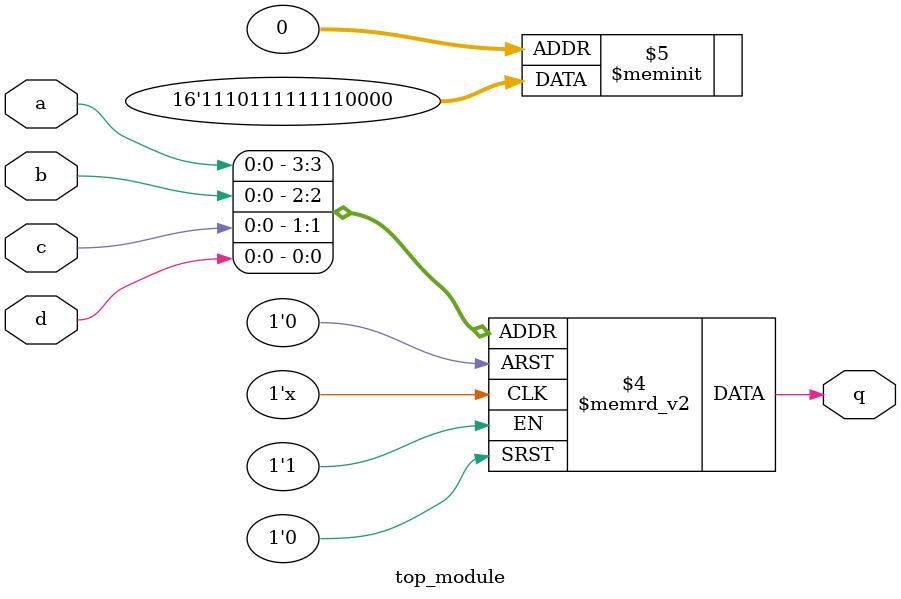
<source format=sv>
module top_module (
  input a, 
  input b, 
  input c, 
  input d,
  output reg q
);

  always @* begin
    case ({a, b, c, d})
      4'b0000 : q = 1'b0;
      4'b0001 : q = 1'b0;
      4'b0010 : q = 1'b0;
      4'b0011 : q = 1'b0;
      4'b0100 : q = 1'b1;
      4'b0101 : q = 1'b1;
      4'b0110 : q = 1'b1;
      4'b0111 : q = 1'b1;
      4'b1000 : q = 1'b1;
      4'b1001 : q = 1'b1;
      4'b1010 : q = 1'b1;
      4'b1011 : q = 1'b1;
      4'b1100 : q = 1'b0;
      4'b1101 : q = 1'b1;
      4'b1110 : q = 1'b1;
      4'b1111 : q = 1'b1;
    endcase
  end

endmodule

</source>
